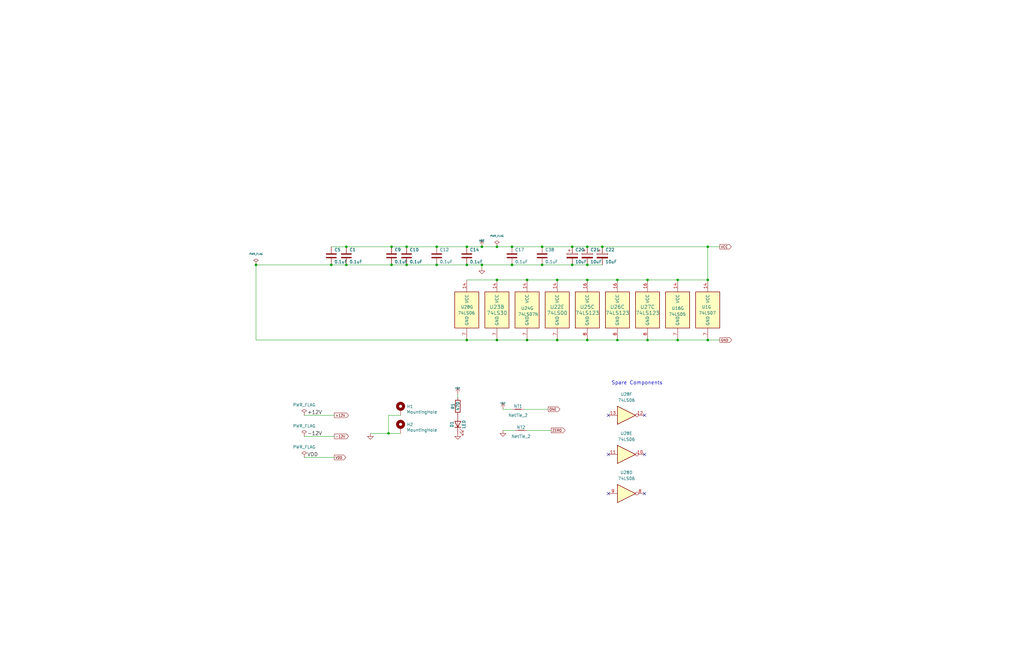
<source format=kicad_sch>
(kicad_sch (version 20211123) (generator eeschema)
  (paper "B")
  (lib_symbols
    (symbol "74xx:74LS00" (pin_names (offset 1.016))
      (property "Reference" "U" (at 0 1.27 0))
      (property "Value" "74LS00" (at 0 -1.27 0))
      (symbol "74LS00_1_1"
        (arc (start 0 -3.81) (mid 3.81 0) (end 0 3.81) (stroke (width 0.254)) (fill (type background)))
        (polyline (pts (xy 0 3.81) (xy -3.81 3.81) (xy -3.81 -3.81) (xy 0 -3.81)) (stroke (width 0.254)) (fill (type background)))
        (pin input line (at -7.62 2.54 0) (length 3.81) (name "~") (number "1"))
        (pin input line (at -7.62 -2.54 0) (length 3.81) (name "~") (number "2"))
        (pin output inverted (at 7.62 0 180) (length 3.81) (name "~") (number "3"))
      )
      (symbol "74LS00_1_2"
        (arc (start -3.81 -3.81) (mid -2.589 0) (end -3.81 3.81) (stroke (width 0.254)))
        (arc (start -0.6096 -3.81) (mid 2.1842 -2.5851) (end 3.81 0) (stroke (width 0.254)) (fill (type background)))
        (polyline (pts (xy -3.81 -3.81) (xy -0.635 -3.81)) (stroke (width 0.254)) (fill (type background)))
        (polyline (pts (xy -3.81 3.81) (xy -0.635 3.81)) (stroke (width 0.254)) (fill (type background)))
        (polyline (pts (xy -0.635 3.81) (xy -3.81 3.81) (xy -3.81 3.81) (xy -3.556 3.4036) (xy -3.0226 2.2606) (xy -2.6924 1.0414) (xy -2.6162 -0.254) (xy -2.7686 -1.4986) (xy -3.175 -2.7178) (xy -3.81 -3.81) (xy -3.81 -3.81) (xy -0.635 -3.81)) (stroke (width -25.4)) (fill (type background)))
        (arc (start 3.81 0) (mid 2.1915 2.5936) (end -0.6096 3.81) (stroke (width 0.254)) (fill (type background)))
        (pin input inverted (at -7.62 2.54 0) (length 4.318) (name "~") (number "1"))
        (pin input inverted (at -7.62 -2.54 0) (length 4.318) (name "~") (number "2"))
        (pin output line (at 7.62 0 180) (length 3.81) (name "~") (number "3"))
      )
      (symbol "74LS00_2_1"
        (arc (start 0 -3.81) (mid 3.81 0) (end 0 3.81) (stroke (width 0.254)) (fill (type background)))
        (polyline (pts (xy 0 3.81) (xy -3.81 3.81) (xy -3.81 -3.81) (xy 0 -3.81)) (stroke (width 0.254)) (fill (type background)))
        (pin input line (at -7.62 2.54 0) (length 3.81) (name "~") (number "4"))
        (pin input line (at -7.62 -2.54 0) (length 3.81) (name "~") (number "5"))
        (pin output inverted (at 7.62 0 180) (length 3.81) (name "~") (number "6"))
      )
      (symbol "74LS00_2_2"
        (arc (start -3.81 -3.81) (mid -2.589 0) (end -3.81 3.81) (stroke (width 0.254)))
        (arc (start -0.6096 -3.81) (mid 2.1842 -2.5851) (end 3.81 0) (stroke (width 0.254)) (fill (type background)))
        (polyline (pts (xy -3.81 -3.81) (xy -0.635 -3.81)) (stroke (width 0.254)) (fill (type background)))
        (polyline (pts (xy -3.81 3.81) (xy -0.635 3.81)) (stroke (width 0.254)) (fill (type background)))
        (polyline (pts (xy -0.635 3.81) (xy -3.81 3.81) (xy -3.81 3.81) (xy -3.556 3.4036) (xy -3.0226 2.2606) (xy -2.6924 1.0414) (xy -2.6162 -0.254) (xy -2.7686 -1.4986) (xy -3.175 -2.7178) (xy -3.81 -3.81) (xy -3.81 -3.81) (xy -0.635 -3.81)) (stroke (width -25.4)) (fill (type background)))
        (arc (start 3.81 0) (mid 2.1915 2.5936) (end -0.6096 3.81) (stroke (width 0.254)) (fill (type background)))
        (pin input inverted (at -7.62 2.54 0) (length 4.318) (name "~") (number "4"))
        (pin input inverted (at -7.62 -2.54 0) (length 4.318) (name "~") (number "5"))
        (pin output line (at 7.62 0 180) (length 3.81) (name "~") (number "6"))
      )
      (symbol "74LS00_3_1"
        (arc (start 0 -3.81) (mid 3.81 0) (end 0 3.81) (stroke (width 0.254)) (fill (type background)))
        (polyline (pts (xy 0 3.81) (xy -3.81 3.81) (xy -3.81 -3.81) (xy 0 -3.81)) (stroke (width 0.254)) (fill (type background)))
        (pin input line (at -7.62 -2.54 0) (length 3.81) (name "~") (number "10"))
        (pin output inverted (at 7.62 0 180) (length 3.81) (name "~") (number "8"))
        (pin input line (at -7.62 2.54 0) (length 3.81) (name "~") (number "9"))
      )
      (symbol "74LS00_3_2"
        (arc (start -3.81 -3.81) (mid -2.589 0) (end -3.81 3.81) (stroke (width 0.254)))
        (arc (start -0.6096 -3.81) (mid 2.1842 -2.5851) (end 3.81 0) (stroke (width 0.254)) (fill (type background)))
        (polyline (pts (xy -3.81 -3.81) (xy -0.635 -3.81)) (stroke (width 0.254)) (fill (type background)))
        (polyline (pts (xy -3.81 3.81) (xy -0.635 3.81)) (stroke (width 0.254)) (fill (type background)))
        (polyline (pts (xy -0.635 3.81) (xy -3.81 3.81) (xy -3.81 3.81) (xy -3.556 3.4036) (xy -3.0226 2.2606) (xy -2.6924 1.0414) (xy -2.6162 -0.254) (xy -2.7686 -1.4986) (xy -3.175 -2.7178) (xy -3.81 -3.81) (xy -3.81 -3.81) (xy -0.635 -3.81)) (stroke (width -25.4)) (fill (type background)))
        (arc (start 3.81 0) (mid 2.1915 2.5936) (end -0.6096 3.81) (stroke (width 0.254)) (fill (type background)))
        (pin input inverted (at -7.62 -2.54 0) (length 4.318) (name "~") (number "10"))
        (pin output line (at 7.62 0 180) (length 3.81) (name "~") (number "8"))
        (pin input inverted (at -7.62 2.54 0) (length 4.318) (name "~") (number "9"))
      )
      (symbol "74LS00_4_1"
        (arc (start 0 -3.81) (mid 3.81 0) (end 0 3.81) (stroke (width 0.254)) (fill (type background)))
        (polyline (pts (xy 0 3.81) (xy -3.81 3.81) (xy -3.81 -3.81) (xy 0 -3.81)) (stroke (width 0.254)) (fill (type background)))
        (pin output inverted (at 7.62 0 180) (length 3.81) (name "~") (number "11"))
        (pin input line (at -7.62 2.54 0) (length 3.81) (name "~") (number "12"))
        (pin input line (at -7.62 -2.54 0) (length 3.81) (name "~") (number "13"))
      )
      (symbol "74LS00_4_2"
        (arc (start -3.81 -3.81) (mid -2.589 0) (end -3.81 3.81) (stroke (width 0.254)))
        (arc (start -0.6096 -3.81) (mid 2.1842 -2.5851) (end 3.81 0) (stroke (width 0.254)) (fill (type background)))
        (polyline (pts (xy -3.81 -3.81) (xy -0.635 -3.81)) (stroke (width 0.254)) (fill (type background)))
        (polyline (pts (xy -3.81 3.81) (xy -0.635 3.81)) (stroke (width 0.254)) (fill (type background)))
        (polyline (pts (xy -0.635 3.81) (xy -3.81 3.81) (xy -3.81 3.81) (xy -3.556 3.4036) (xy -3.0226 2.2606) (xy -2.6924 1.0414) (xy -2.6162 -0.254) (xy -2.7686 -1.4986) (xy -3.175 -2.7178) (xy -3.81 -3.81) (xy -3.81 -3.81) (xy -0.635 -3.81)) (stroke (width -25.4)) (fill (type background)))
        (arc (start 3.81 0) (mid 2.1915 2.5936) (end -0.6096 3.81) (stroke (width 0.254)) (fill (type background)))
        (pin output line (at 7.62 0 180) (length 3.81) (name "~") (number "11"))
        (pin input inverted (at -7.62 2.54 0) (length 4.318) (name "~") (number "12"))
        (pin input inverted (at -7.62 -2.54 0) (length 4.318) (name "~") (number "13"))
      )
      (symbol "74LS00_5_0"
        (pin power_in line (at 0 12.7 270) (length 5.08) (name "VCC") (number "14"))
        (pin power_in line (at 0 -12.7 90) (length 5.08) (name "GND") (number "7"))
      )
      (symbol "74LS00_5_1"
        (rectangle (start -5.08 7.62) (end 5.08 -7.62) (stroke (width 0.254)) (fill (type background)))
      )
    )
    (symbol "74xx:74LS05" (pin_names (offset 1.016))
      (property "Reference" "U" (at 0 1.27 0))
      (property "Value" "74LS05" (at 0 -1.27 0))
      (symbol "74LS05_1_0"
        (polyline (pts (xy -3.81 3.81) (xy -3.81 -3.81) (xy 3.81 0) (xy -3.81 3.81)) (stroke (width 0.254)) (fill (type background)))
        (pin input line (at -7.62 0 0) (length 3.81) (name "~") (number "1"))
        (pin open_collector inverted (at 7.62 0 180) (length 3.81) (name "~") (number "2"))
      )
      (symbol "74LS05_2_0"
        (polyline (pts (xy -3.81 3.81) (xy -3.81 -3.81) (xy 3.81 0) (xy -3.81 3.81)) (stroke (width 0.254)) (fill (type background)))
        (pin input line (at -7.62 0 0) (length 3.81) (name "~") (number "3"))
        (pin open_collector inverted (at 7.62 0 180) (length 3.81) (name "~") (number "4"))
      )
      (symbol "74LS05_3_0"
        (polyline (pts (xy -3.81 3.81) (xy -3.81 -3.81) (xy 3.81 0) (xy -3.81 3.81)) (stroke (width 0.254)) (fill (type background)))
        (pin input line (at -7.62 0 0) (length 3.81) (name "~") (number "5"))
        (pin open_collector inverted (at 7.62 0 180) (length 3.81) (name "~") (number "6"))
      )
      (symbol "74LS05_4_0"
        (polyline (pts (xy -3.81 3.81) (xy -3.81 -3.81) (xy 3.81 0) (xy -3.81 3.81)) (stroke (width 0.254)) (fill (type background)))
        (pin open_collector inverted (at 7.62 0 180) (length 3.81) (name "~") (number "8"))
        (pin input line (at -7.62 0 0) (length 3.81) (name "~") (number "9"))
      )
      (symbol "74LS05_5_0"
        (polyline (pts (xy -3.81 3.81) (xy -3.81 -3.81) (xy 3.81 0) (xy -3.81 3.81)) (stroke (width 0.254)) (fill (type background)))
        (pin open_collector inverted (at 7.62 0 180) (length 3.81) (name "~") (number "10"))
        (pin input line (at -7.62 0 0) (length 3.81) (name "~") (number "11"))
      )
      (symbol "74LS05_6_0"
        (polyline (pts (xy -3.81 3.81) (xy -3.81 -3.81) (xy 3.81 0) (xy -3.81 3.81)) (stroke (width 0.254)) (fill (type background)))
        (pin open_collector inverted (at 7.62 0 180) (length 3.81) (name "~") (number "12"))
        (pin input line (at -7.62 0 0) (length 3.81) (name "~") (number "13"))
      )
      (symbol "74LS05_7_0"
        (pin power_in line (at 0 12.7 270) (length 5.08) (name "VCC") (number "14"))
        (pin power_in line (at 0 -12.7 90) (length 5.08) (name "GND") (number "7"))
      )
      (symbol "74LS05_7_1"
        (rectangle (start -5.08 7.62) (end 5.08 -7.62) (stroke (width 0.254)) (fill (type background)))
      )
    )
    (symbol "74xx:74LS06" (pin_names (offset 1.016))
      (property "Reference" "U" (at 0 1.27 0))
      (property "Value" "74LS06" (at 0 -1.27 0))
      (symbol "74LS06_1_0"
        (polyline (pts (xy -3.81 3.81) (xy -3.81 -3.81) (xy 3.81 0) (xy -3.81 3.81)) (stroke (width 0.254)) (fill (type background)))
        (pin input line (at -7.62 0 0) (length 3.81) (name "~") (number "1"))
        (pin open_collector inverted (at 7.62 0 180) (length 3.81) (name "~") (number "2"))
      )
      (symbol "74LS06_2_0"
        (polyline (pts (xy -3.81 3.81) (xy -3.81 -3.81) (xy 3.81 0) (xy -3.81 3.81)) (stroke (width 0.254)) (fill (type background)))
        (pin input line (at -7.62 0 0) (length 3.81) (name "~") (number "3"))
        (pin open_collector inverted (at 7.62 0 180) (length 3.81) (name "~") (number "4"))
      )
      (symbol "74LS06_3_0"
        (polyline (pts (xy -3.81 3.81) (xy -3.81 -3.81) (xy 3.81 0) (xy -3.81 3.81)) (stroke (width 0.254)) (fill (type background)))
        (pin input line (at -7.62 0 0) (length 3.81) (name "~") (number "5"))
        (pin open_collector inverted (at 7.62 0 180) (length 3.81) (name "~") (number "6"))
      )
      (symbol "74LS06_4_0"
        (polyline (pts (xy -3.81 3.81) (xy -3.81 -3.81) (xy 3.81 0) (xy -3.81 3.81)) (stroke (width 0.254)) (fill (type background)))
        (pin open_collector inverted (at 7.62 0 180) (length 3.81) (name "~") (number "8"))
        (pin input line (at -7.62 0 0) (length 3.81) (name "~") (number "9"))
      )
      (symbol "74LS06_5_0"
        (polyline (pts (xy -3.81 3.81) (xy -3.81 -3.81) (xy 3.81 0) (xy -3.81 3.81)) (stroke (width 0.254)) (fill (type background)))
        (pin open_collector inverted (at 7.62 0 180) (length 3.81) (name "~") (number "10"))
        (pin input line (at -7.62 0 0) (length 3.81) (name "~") (number "11"))
      )
      (symbol "74LS06_6_0"
        (polyline (pts (xy -3.81 3.81) (xy -3.81 -3.81) (xy 3.81 0) (xy -3.81 3.81)) (stroke (width 0.254)) (fill (type background)))
        (pin open_collector inverted (at 7.62 0 180) (length 3.81) (name "~") (number "12"))
        (pin input line (at -7.62 0 0) (length 3.81) (name "~") (number "13"))
      )
      (symbol "74LS06_7_0"
        (pin power_in line (at 0 12.7 270) (length 5.08) (name "VCC") (number "14"))
        (pin power_in line (at 0 -12.7 90) (length 5.08) (name "GND") (number "7"))
      )
      (symbol "74LS06_7_1"
        (rectangle (start -5.08 7.62) (end 5.08 -7.62) (stroke (width 0.254)) (fill (type background)))
      )
    )
    (symbol "74xx:74LS07" (pin_names (offset 1.016))
      (property "Reference" "U" (at 0 1.27 0))
      (property "Value" "74LS07" (at 0 -1.27 0))
      (symbol "74LS07_1_0"
        (polyline (pts (xy -3.81 3.81) (xy -3.81 -3.81) (xy 3.81 0) (xy -3.81 3.81)) (stroke (width 0.254)) (fill (type background)))
        (pin input line (at -7.62 0 0) (length 3.81) (name "~") (number "1"))
        (pin open_collector line (at 7.62 0 180) (length 3.81) (name "~") (number "2"))
      )
      (symbol "74LS07_2_0"
        (polyline (pts (xy -3.81 3.81) (xy -3.81 -3.81) (xy 3.81 0) (xy -3.81 3.81)) (stroke (width 0.254)) (fill (type background)))
        (pin input line (at -7.62 0 0) (length 3.81) (name "~") (number "3"))
        (pin open_collector line (at 7.62 0 180) (length 3.81) (name "~") (number "4"))
      )
      (symbol "74LS07_3_0"
        (polyline (pts (xy -3.81 3.81) (xy -3.81 -3.81) (xy 3.81 0) (xy -3.81 3.81)) (stroke (width 0.254)) (fill (type background)))
        (pin input line (at -7.62 0 0) (length 3.81) (name "~") (number "5"))
        (pin open_collector line (at 7.62 0 180) (length 3.81) (name "~") (number "6"))
      )
      (symbol "74LS07_4_0"
        (polyline (pts (xy -3.81 3.81) (xy -3.81 -3.81) (xy 3.81 0) (xy -3.81 3.81)) (stroke (width 0.254)) (fill (type background)))
        (pin open_collector line (at 7.62 0 180) (length 3.81) (name "~") (number "8"))
        (pin input line (at -7.62 0 0) (length 3.81) (name "~") (number "9"))
      )
      (symbol "74LS07_5_0"
        (polyline (pts (xy -3.81 3.81) (xy -3.81 -3.81) (xy 3.81 0) (xy -3.81 3.81)) (stroke (width 0.254)) (fill (type background)))
        (pin open_collector line (at 7.62 0 180) (length 3.81) (name "~") (number "10"))
        (pin input line (at -7.62 0 0) (length 3.81) (name "~") (number "11"))
      )
      (symbol "74LS07_6_0"
        (polyline (pts (xy -3.81 3.81) (xy -3.81 -3.81) (xy 3.81 0) (xy -3.81 3.81)) (stroke (width 0.254)) (fill (type background)))
        (pin open_collector line (at 7.62 0 180) (length 3.81) (name "~") (number "12"))
        (pin input line (at -7.62 0 0) (length 3.81) (name "~") (number "13"))
      )
      (symbol "74LS07_7_0"
        (pin power_in line (at 0 12.7 270) (length 5.08) (name "VCC") (number "14"))
        (pin power_in line (at 0 -12.7 90) (length 5.08) (name "GND") (number "7"))
      )
      (symbol "74LS07_7_1"
        (rectangle (start -5.08 7.62) (end 5.08 -7.62) (stroke (width 0.254)) (fill (type background)))
      )
    )
    (symbol "74xx:74LS123" (pin_names (offset 1.016))
      (property "Reference" "U" (at -7.62 8.89 0))
      (property "Value" "74LS123" (at -7.62 -8.89 0))
      (symbol "74LS123_1_0"
        (pin input inverted (at -12.7 -2.54 0) (length 5.08) (name "A") (number "1"))
        (pin output line (at 12.7 5.08 180) (length 5.08) (name "Q") (number "13"))
        (pin input line (at -12.7 2.54 0) (length 5.08) (name "Cext") (number "14"))
        (pin input line (at -12.7 5.08 0) (length 5.08) (name "RCext") (number "15"))
        (pin input line (at -12.7 -5.08 0) (length 5.08) (name "B") (number "2"))
        (pin input inverted (at 0 -12.7 90) (length 5.08) (name "Clr") (number "3"))
        (pin output line (at 12.7 -5.08 180) (length 5.08) (name "~{Q}") (number "4"))
      )
      (symbol "74LS123_1_1"
        (rectangle (start -7.62 7.62) (end 7.62 -7.62) (stroke (width 0.254)) (fill (type background)))
      )
      (symbol "74LS123_2_0"
        (pin input line (at -12.7 -5.08 0) (length 5.08) (name "B") (number "10"))
        (pin input inverted (at 0 -12.7 90) (length 5.08) (name "Clr") (number "11"))
        (pin output line (at 12.7 -5.08 180) (length 5.08) (name "~{Q}") (number "12"))
        (pin output line (at 12.7 5.08 180) (length 5.08) (name "Q") (number "5"))
        (pin input line (at -12.7 2.54 0) (length 5.08) (name "Cext") (number "6"))
        (pin input line (at -12.7 5.08 0) (length 5.08) (name "RCext") (number "7"))
        (pin input inverted (at -12.7 -2.54 0) (length 5.08) (name "A") (number "9"))
      )
      (symbol "74LS123_2_1"
        (rectangle (start -7.62 7.62) (end 7.62 -7.62) (stroke (width 0.254)) (fill (type background)))
      )
      (symbol "74LS123_3_0"
        (pin power_in line (at 0 12.7 270) (length 5.08) (name "VCC") (number "16"))
        (pin power_in line (at 0 -12.7 90) (length 5.08) (name "GND") (number "8"))
      )
      (symbol "74LS123_3_1"
        (rectangle (start -5.08 7.62) (end 5.08 -7.62) (stroke (width 0.254)) (fill (type background)))
      )
    )
    (symbol "74xx:74LS30" (pin_names (offset 1.016))
      (property "Reference" "U" (at 0 1.27 0))
      (property "Value" "74LS30" (at 0 -1.27 0))
      (symbol "74LS30_1_1"
        (arc (start 0 -3.81) (mid 3.81 0) (end 0 3.81) (stroke (width 0.254)) (fill (type background)))
        (polyline (pts (xy -3.81 7.62) (xy -3.81 -10.16)) (stroke (width 0.254)))
        (polyline (pts (xy 0 3.81) (xy -3.81 3.81) (xy -3.81 -3.81) (xy 0 -3.81)) (stroke (width 0.254)) (fill (type background)))
        (pin input line (at -7.62 7.62 0) (length 3.81) (name "~") (number "1"))
        (pin input line (at -7.62 -7.62 0) (length 3.81) (name "~") (number "11"))
        (pin input line (at -7.62 -10.16 0) (length 3.81) (name "~") (number "12"))
        (pin input line (at -7.62 5.08 0) (length 3.81) (name "~") (number "2"))
        (pin input line (at -7.62 2.54 0) (length 3.81) (name "~") (number "3"))
        (pin input line (at -7.62 0 0) (length 3.81) (name "~") (number "4"))
        (pin input line (at -7.62 -2.54 0) (length 3.81) (name "~") (number "5"))
        (pin input line (at -7.62 -5.08 0) (length 3.81) (name "~") (number "6"))
        (pin output inverted (at 7.62 0 180) (length 3.81) (name "~") (number "8"))
      )
      (symbol "74LS30_1_2"
        (arc (start -3.81 -3.81) (mid -2.589 0) (end -3.81 3.81) (stroke (width 0.254)))
        (arc (start -0.6096 -3.81) (mid 2.1842 -2.5851) (end 3.81 0) (stroke (width 0.254)) (fill (type background)))
        (polyline (pts (xy -3.81 -3.81) (xy -3.81 -10.16)) (stroke (width 0.254)))
        (polyline (pts (xy -3.81 -3.81) (xy -0.635 -3.81)) (stroke (width 0.254)) (fill (type background)))
        (polyline (pts (xy -3.81 3.81) (xy -0.635 3.81)) (stroke (width 0.254)) (fill (type background)))
        (polyline (pts (xy -3.81 7.62) (xy -3.81 3.81)) (stroke (width 0.254)))
        (polyline (pts (xy -0.635 3.81) (xy -3.81 3.81) (xy -3.81 3.81) (xy -3.556 3.4036) (xy -3.0226 2.2606) (xy -2.6924 1.0414) (xy -2.6162 -0.254) (xy -2.7686 -1.4986) (xy -3.175 -2.7178) (xy -3.81 -3.81) (xy -3.81 -3.81) (xy -0.635 -3.81)) (stroke (width -25.4)) (fill (type background)))
        (arc (start 3.81 0) (mid 2.1915 2.5936) (end -0.6096 3.81) (stroke (width 0.254)) (fill (type background)))
        (pin input inverted (at -7.62 7.62 0) (length 3.81) (name "~") (number "1"))
        (pin input inverted (at -7.62 -7.62 0) (length 3.81) (name "~") (number "11"))
        (pin input inverted (at -7.62 -10.16 0) (length 3.81) (name "~") (number "12"))
        (pin input inverted (at -7.62 5.08 0) (length 3.81) (name "~") (number "2"))
        (pin input inverted (at -7.62 2.54 0) (length 4.5466) (name "~") (number "3"))
        (pin input inverted (at -7.62 0 0) (length 5.08) (name "~") (number "4"))
        (pin input inverted (at -7.62 -2.54 0) (length 4.5466) (name "~") (number "5"))
        (pin input inverted (at -7.62 -5.08 0) (length 3.81) (name "~") (number "6"))
        (pin output line (at 7.62 0 180) (length 3.81) (name "~") (number "8"))
      )
      (symbol "74LS30_2_0"
        (pin power_in line (at 0 12.7 270) (length 5.08) (name "VCC") (number "14"))
        (pin power_in line (at 0 -12.7 90) (length 5.08) (name "GND") (number "7"))
      )
      (symbol "74LS30_2_1"
        (rectangle (start -5.08 7.62) (end 5.08 -7.62) (stroke (width 0.254)) (fill (type background)))
      )
    )
    (symbol "Device:C" (pin_numbers hide) (pin_names (offset 0.254))
      (property "Reference" "C" (at 0.635 2.54 0))
      (property "Value" "C" (at 0.635 -2.54 0))
      (symbol "C_0_1"
        (polyline (pts (xy -2.032 -0.762) (xy 2.032 -0.762)) (stroke (width 0.508)))
        (polyline (pts (xy -2.032 0.762) (xy 2.032 0.762)) (stroke (width 0.508)))
      )
      (symbol "C_1_1"
        (pin passive line (at 0 3.81 270) (length 2.794) (name "~") (number "1"))
        (pin passive line (at 0 -3.81 90) (length 2.794) (name "~") (number "2"))
      )
    )
    (symbol "Device:C_Polarized" (pin_numbers hide) (pin_names (offset 0.254))
      (property "Reference" "C" (at 0.635 2.54 0))
      (property "Value" "C_Polarized" (at 0.635 -2.54 0))
      (symbol "C_Polarized_0_1"
        (rectangle (start -2.286 0.508) (end 2.286 1.016))
        (polyline (pts (xy -1.778 2.286) (xy -0.762 2.286)))
        (polyline (pts (xy -1.27 2.794) (xy -1.27 1.778)))
        (rectangle (start 2.286 -0.508) (end -2.286 -1.016) (fill (type outline)))
      )
      (symbol "C_Polarized_1_1"
        (pin passive line (at 0 3.81 270) (length 2.794) (name "~") (number "1"))
        (pin passive line (at 0 -3.81 90) (length 2.794) (name "~") (number "2"))
      )
    )
    (symbol "Device:LED" (pin_numbers hide) (pin_names (offset 1.016) hide)
      (property "Reference" "D" (at 0 2.54 0))
      (property "Value" "LED" (at 0 -2.54 0))
      (symbol "LED_0_1"
        (polyline (pts (xy -1.27 -1.27) (xy -1.27 1.27)) (stroke (width 0.254)))
        (polyline (pts (xy -1.27 0) (xy 1.27 0)))
        (polyline (pts (xy 1.27 -1.27) (xy 1.27 1.27) (xy -1.27 0) (xy 1.27 -1.27)) (stroke (width 0.254)))
        (polyline (pts (xy -3.048 -0.762) (xy -4.572 -2.286) (xy -3.81 -2.286) (xy -4.572 -2.286) (xy -4.572 -1.524)))
        (polyline (pts (xy -1.778 -0.762) (xy -3.302 -2.286) (xy -2.54 -2.286) (xy -3.302 -2.286) (xy -3.302 -1.524)))
      )
      (symbol "LED_1_1"
        (pin passive line (at -3.81 0 0) (length 2.54) (name "K") (number "1"))
        (pin passive line (at 3.81 0 180) (length 2.54) (name "A") (number "2"))
      )
    )
    (symbol "Device:NetTie_2" (pin_numbers hide) (pin_names (offset 0) hide) (in_bom no)
      (property "Reference" "NT" (at 0 1.27 0))
      (property "Value" "NetTie_2" (at 0 -1.27 0))
      (symbol "NetTie_2_0_1"
        (polyline (pts (xy -1.27 0) (xy 1.27 0)) (stroke (width 0.254)))
      )
      (symbol "NetTie_2_1_1"
        (pin passive line (at -2.54 0 0) (length 2.54) (name "1") (number "1"))
        (pin passive line (at 2.54 0 180) (length 2.54) (name "2") (number "2"))
      )
    )
    (symbol "Device:R" (pin_numbers hide) (pin_names (offset 0))
      (property "Reference" "R" (at 2.032 0 90))
      (property "Value" "R" (at 0 0 90))
      (symbol "R_0_1"
        (rectangle (start -1.016 -2.54) (end 1.016 2.54) (stroke (width 0.254)))
      )
      (symbol "R_1_1"
        (pin passive line (at 0 3.81 270) (length 1.27) (name "~") (number "1"))
        (pin passive line (at 0 -3.81 90) (length 1.27) (name "~") (number "2"))
      )
    )
    (symbol "Mechanical:MountingHole_Pad" (pin_numbers hide) (pin_names (offset 1.016) hide)
      (property "Reference" "H" (at 0 6.35 0))
      (property "Value" "MountingHole_Pad" (at 0 4.445 0))
      (symbol "MountingHole_Pad_0_1"
        (circle (center 0 1.27) (radius 1.27) (stroke (width 1.27)))
      )
      (symbol "MountingHole_Pad_1_1"
        (pin input line (at 0 -2.54 90) (length 2.54) (name "1") (number "1"))
      )
    )
    (symbol "power:GND" (power) (pin_names (offset 0))
      (property "Value" "GND" (at 0 -3.81 0))
      (symbol "GND_0_1"
        (polyline (pts (xy 0 0) (xy 0 -1.27) (xy 1.27 -1.27) (xy 0 -2.54) (xy -1.27 -1.27) (xy 0 -1.27)))
      )
      (symbol "GND_1_1"
        (pin power_in line (at 0 0 270) (length 0) hide (name "GND") (number "1"))
      )
    )
    (symbol "power:PWR_FLAG" (power) (pin_numbers hide) (pin_names (offset 0) hide)
      (property "Value" "PWR_FLAG" (at 0 3.81 0))
      (symbol "PWR_FLAG_0_0"
        (pin power_out line (at 0 0 90) (length 0) (name "pwr") (number "1"))
      )
      (symbol "PWR_FLAG_0_1"
        (polyline (pts (xy 0 0) (xy 0 1.27) (xy -1.016 1.905) (xy 0 2.54) (xy 1.016 1.905) (xy 0 1.27)))
      )
    )
    (symbol "power:VCC" (power) (pin_names (offset 0))
      (property "Value" "VCC" (at 0 3.81 0))
      (symbol "VCC_0_1"
        (polyline (pts (xy -0.762 1.27) (xy 0 2.54)))
        (polyline (pts (xy 0 0) (xy 0 2.54)))
        (polyline (pts (xy 0 2.54) (xy 0.762 1.27)))
      )
      (symbol "VCC_1_1"
        (pin power_in line (at 0 0 90) (length 0) hide (name "VCC") (number "1"))
      )
    )
  )
  (junction (at 196.85 143.51))
  (junction (at 241.3 111.76))
  (junction (at 298.45 118.11))
  (junction (at 203.2 104.14))
  (junction (at 203.2 111.76))
  (junction (at 247.65 104.14))
  (junction (at 260.35 118.11))
  (junction (at 196.85 104.14))
  (junction (at 215.9 111.76))
  (junction (at 285.75 118.11))
  (junction (at 209.55 104.14))
  (junction (at 298.45 143.51))
  (junction (at 247.65 118.11))
  (junction (at 196.85 111.76))
  (junction (at 228.6 111.76))
  (junction (at 234.95 143.51))
  (junction (at 241.3 104.14))
  (junction (at 222.25 143.51))
  (junction (at 165.1 104.14))
  (junction (at 209.55 143.51))
  (junction (at 163.83 182.88))
  (junction (at 209.55 118.11))
  (junction (at 247.65 143.51))
  (junction (at 234.95 118.11))
  (junction (at 107.95 111.76))
  (junction (at 171.45 104.14))
  (junction (at 273.05 143.51))
  (junction (at 184.15 104.14))
  (junction (at 171.45 111.76))
  (junction (at 165.1 111.76))
  (junction (at 298.45 104.14))
  (junction (at 146.05 111.76))
  (junction (at 247.65 111.76))
  (junction (at 228.6 104.14))
  (junction (at 184.15 111.76))
  (junction (at 215.9 104.14))
  (junction (at 254 104.14))
  (junction (at 222.25 118.11))
  (junction (at 273.05 118.11))
  (junction (at 285.75 143.51))
  (junction (at 260.35 143.51))
  (junction (at 139.7 111.76))
  (junction (at 146.05 104.14))
  (no_connect (at 271.78 175.26))
  (no_connect (at 256.54 191.77))
  (no_connect (at 256.54 208.28))
  (no_connect (at 256.54 175.26))
  (no_connect (at 271.78 208.28))
  (no_connect (at 271.78 191.77))
  (wire (pts (xy 139.7 111.76) (xy 146.05 111.76)))
  (wire (pts (xy 128.27 193.04) (xy 140.97 193.04)))
  (wire (pts (xy 139.7 104.14) (xy 146.05 104.14)))
  (wire (pts (xy 228.6 111.76) (xy 241.3 111.76)))
  (wire (pts (xy 222.25 118.11) (xy 234.95 118.11)))
  (wire (pts (xy 212.09 181.61) (xy 217.17 181.61)))
  (wire (pts (xy 168.91 182.88) (xy 163.83 182.88)))
  (wire (pts (xy 285.75 143.51) (xy 298.45 143.51)))
  (wire (pts (xy 128.27 175.26) (xy 140.97 175.26)))
  (wire (pts (xy 212.09 172.72) (xy 215.9 172.72)))
  (wire (pts (xy 241.3 104.14) (xy 247.65 104.14)))
  (wire (pts (xy 247.65 111.76) (xy 254 111.76)))
  (wire (pts (xy 228.6 104.14) (xy 241.3 104.14)))
  (wire (pts (xy 196.85 111.76) (xy 203.2 111.76)))
  (wire (pts (xy 209.55 104.14) (xy 215.9 104.14)))
  (wire (pts (xy 146.05 111.76) (xy 165.1 111.76)))
  (wire (pts (xy 215.9 104.14) (xy 228.6 104.14)))
  (wire (pts (xy 203.2 104.14) (xy 209.55 104.14)))
  (wire (pts (xy 196.85 143.51) (xy 209.55 143.51)))
  (wire (pts (xy 184.15 104.14) (xy 196.85 104.14)))
  (wire (pts (xy 273.05 143.51) (xy 285.75 143.51)))
  (wire (pts (xy 128.27 184.15) (xy 140.97 184.15)))
  (wire (pts (xy 273.05 118.11) (xy 285.75 118.11)))
  (wire (pts (xy 298.45 118.11) (xy 298.45 104.14)))
  (wire (pts (xy 247.65 118.11) (xy 260.35 118.11)))
  (wire (pts (xy 285.75 118.11) (xy 298.45 118.11)))
  (wire (pts (xy 215.9 111.76) (xy 228.6 111.76)))
  (wire (pts (xy 254 104.14) (xy 298.45 104.14)))
  (wire (pts (xy 107.95 143.51) (xy 196.85 143.51)))
  (wire (pts (xy 171.45 111.76) (xy 184.15 111.76)))
  (wire (pts (xy 298.45 104.14) (xy 303.53 104.14)))
  (wire (pts (xy 209.55 118.11) (xy 222.25 118.11)))
  (wire (pts (xy 146.05 104.14) (xy 165.1 104.14)))
  (wire (pts (xy 220.98 172.72) (xy 231.14 172.72)))
  (wire (pts (xy 168.91 175.26) (xy 163.83 175.26)))
  (wire (pts (xy 203.2 111.76) (xy 203.2 113.03)))
  (wire (pts (xy 222.25 143.51) (xy 234.95 143.51)))
  (wire (pts (xy 260.35 143.51) (xy 273.05 143.51)))
  (wire (pts (xy 298.45 143.51) (xy 303.53 143.51)))
  (wire (pts (xy 260.35 118.11) (xy 273.05 118.11)))
  (wire (pts (xy 107.95 111.76) (xy 107.95 143.51)))
  (wire (pts (xy 184.15 111.76) (xy 196.85 111.76)))
  (wire (pts (xy 247.65 143.51) (xy 260.35 143.51)))
  (wire (pts (xy 193.04 167.64) (xy 193.04 166.37)))
  (wire (pts (xy 247.65 104.14) (xy 254 104.14)))
  (wire (pts (xy 165.1 111.76) (xy 171.45 111.76)))
  (wire (pts (xy 234.95 143.51) (xy 247.65 143.51)))
  (wire (pts (xy 171.45 104.14) (xy 165.1 104.14)))
  (wire (pts (xy 222.25 181.61) (xy 232.41 181.61)))
  (wire (pts (xy 171.45 104.14) (xy 184.15 104.14)))
  (wire (pts (xy 163.83 175.26) (xy 163.83 182.88)))
  (wire (pts (xy 241.3 111.76) (xy 247.65 111.76)))
  (wire (pts (xy 196.85 104.14) (xy 203.2 104.14)))
  (wire (pts (xy 209.55 143.51) (xy 222.25 143.51)))
  (wire (pts (xy 107.95 111.76) (xy 139.7 111.76)))
  (wire (pts (xy 196.85 118.11) (xy 209.55 118.11)))
  (wire (pts (xy 234.95 118.11) (xy 247.65 118.11)))
  (wire (pts (xy 203.2 111.76) (xy 215.9 111.76)))
  (wire (pts (xy 163.83 182.88) (xy 156.21 182.88)))
  (text "Spare Components" (at 257.81 162.56 0) (effects (font (size 1.524 1.524)) (justify left bottom)))
  (label "-12V" (at 129.54 184.15 0) (effects (font (size 1.524 1.524))))
  (label "VDD" (at 129.54 193.04 0) (effects (font (size 1.524 1.524))))
  (label "+12V" (at 129.54 175.26 0) (effects (font (size 1.524 1.524))))
  (global_label "VDD" (shape output) (at 140.97 193.04 0) (effects (font (size 1.016 1.016))) (property "Intersheet References" "${INTERSHEET_REFS}" (effects hide)))
  (global_label "ZERO" (shape output) (at 232.41 181.61 0) (effects (font (size 1.016 1.016))) (property "Intersheet References" "${INTERSHEET_REFS}" (effects hide)))
  (global_label "VCC" (shape output) (at 303.53 104.14 0) (effects (font (size 1.016 1.016))) (property "Intersheet References" "${INTERSHEET_REFS}" (effects hide)))
  (global_label "+12V" (shape output) (at 140.97 175.26 0) (effects (font (size 1.016 1.016))) (property "Intersheet References" "${INTERSHEET_REFS}" (effects hide)))
  (global_label "GND" (shape output) (at 303.53 143.51 0) (effects (font (size 1.016 1.016))) (property "Intersheet References" "${INTERSHEET_REFS}" (effects hide)))
  (global_label "-12V" (shape output) (at 140.97 184.15 0) (effects (font (size 1.016 1.016))) (property "Intersheet References" "${INTERSHEET_REFS}" (effects hide)))
  (global_label "ONE" (shape output) (at 231.14 172.72 0) (effects (font (size 1.016 1.016))) (property "Intersheet References" "${INTERSHEET_REFS}" (effects hide)))
  (symbol (lib_id "power:GND") (at 203.2 113.03 0) (unit 1)
    (property "Reference" "#PWR05" (effects hide))
    (property "Value" "GND" (effects hide))
  )
  (symbol (lib_id "power:VCC") (at 203.2 104.14 0) (unit 1)
    (property "Reference" "#PWR04" (effects hide))
    (property "Value" "VCC" (at 203.2 101.6 0) (effects (font (size 0.762 0.762))))
  )
  (symbol (lib_id "Device:C") (at 215.9 107.95 0) (unit 1)
    (property "Reference" "C17" (at 217.17 105.41 0) (effects (justify left)))
    (property "Value" "0.1uF" (at 217.17 110.49 0) (effects (justify left)))
    (property "Footprint" "Capacitor_THT:C_Disc_D5.0mm_W2.5mm_P5.00mm" (effects hide))
  )
  (symbol (lib_id "Device:C") (at 165.1 107.95 0) (unit 1)
    (property "Reference" "C9" (at 166.37 105.41 0) (effects (justify left)))
    (property "Value" "0.1uF" (at 166.37 110.49 0) (effects (justify left)))
    (property "Footprint" "Capacitor_THT:C_Disc_D5.0mm_W2.5mm_P5.00mm" (effects hide))
  )
  (symbol (lib_id "Device:C") (at 171.45 107.95 0) (unit 1)
    (property "Reference" "C10" (at 172.72 105.41 0) (effects (justify left)))
    (property "Value" "0.1uF" (at 172.72 110.49 0) (effects (justify left)))
    (property "Footprint" "Capacitor_THT:C_Disc_D5.0mm_W2.5mm_P5.00mm" (effects hide))
  )
  (symbol (lib_id "Device:C") (at 139.7 107.95 0) (unit 1)
    (property "Reference" "C5" (at 140.97 105.41 0) (effects (justify left)))
    (property "Value" "0.1uF" (at 140.97 110.49 0) (effects (justify left)))
    (property "Footprint" "Capacitor_THT:C_Disc_D5.0mm_W2.5mm_P5.00mm" (effects hide))
  )
  (symbol (lib_id "power:GND") (at 193.04 182.88 0) (unit 1)
    (property "Reference" "#PWR03" (effects hide))
    (property "Value" "GND" (effects hide))
  )
  (symbol (lib_id "Device:C") (at 184.15 107.95 0) (unit 1)
    (property "Reference" "C12" (at 185.42 105.41 0) (effects (justify left)))
    (property "Value" "0.1uF" (at 185.42 110.49 0) (effects (justify left)))
    (property "Footprint" "Capacitor_THT:C_Disc_D5.0mm_W2.5mm_P5.00mm" (effects hide))
  )
  (symbol (lib_id "power:GND") (at 212.09 181.61 0) (unit 1)
    (property "Reference" "#PWR07" (effects hide))
    (property "Value" "GND" (effects hide))
  )
  (symbol (lib_id "power:GND") (at 156.21 182.88 0) (unit 1)
    (property "Reference" "#PWR01" (effects hide))
    (property "Value" "GND" (effects hide))
  )
  (symbol (lib_id "Mechanical:MountingHole_Pad") (at 168.91 180.34 0) (unit 1)
    (property "Reference" "H2" (at 171.45 179.1716 0) (effects (justify left)))
    (property "Value" "MountingHole" (at 171.45 181.483 0) (effects (justify left)))
    (property "Footprint" "MountingHole:MountingHole_3.2mm_M3_Pad" (effects hide))
  )
  (symbol (lib_id "Device:C") (at 196.85 107.95 0) (unit 1)
    (property "Reference" "C14" (at 198.12 105.41 0) (effects (justify left)))
    (property "Value" "0.1uF" (at 198.12 110.49 0) (effects (justify left)))
    (property "Footprint" "Capacitor_THT:C_Disc_D5.0mm_W2.5mm_P5.00mm" (effects hide))
  )
  (symbol (lib_id "Mechanical:MountingHole_Pad") (at 168.91 172.72 0) (unit 1)
    (property "Reference" "H1" (at 171.45 171.5516 0) (effects (justify left)))
    (property "Value" "MountingHole" (at 171.45 173.863 0) (effects (justify left)))
    (property "Footprint" "MountingHole:MountingHole_3.2mm_M3_Pad" (effects hide))
  )
  (symbol (lib_id "power:PWR_FLAG") (at 128.27 175.26 0) (unit 1)
    (property "Reference" "#FLG02" (effects hide))
    (property "Value" "PWR_FLAG" (at 128.27 170.8658 0))
  )
  (symbol (lib_id "power:PWR_FLAG") (at 128.27 184.15 0) (unit 1)
    (property "Reference" "#FLG03" (effects hide))
    (property "Value" "PWR_FLAG" (at 128.27 179.7558 0))
  )
  (symbol (lib_id "power:PWR_FLAG") (at 209.55 104.14 0) (unit 1)
    (property "Reference" "#FLG04" (effects hide))
    (property "Value" "PWR_FLAG" (at 209.55 99.568 0) (effects (font (size 0.762 0.762))))
  )
  (symbol (lib_id "Device:C_Polarized") (at 241.3 107.95 0) (unit 1)
    (property "Reference" "C20" (at 242.57 105.41 0) (effects (justify left)))
    (property "Value" "10uF" (at 242.57 110.49 0) (effects (justify left)))
    (property "Footprint" "Capacitor_THT:CP_Radial_D5.0mm_P2.50mm" (effects hide))
  )
  (symbol (lib_id "Device:C_Polarized") (at 247.65 107.95 0) (unit 1)
    (property "Reference" "C21" (at 248.92 105.41 0) (effects (justify left)))
    (property "Value" "10uF" (at 248.92 110.49 0) (effects (justify left)))
    (property "Footprint" "Capacitor_THT:CP_Radial_D5.0mm_P2.50mm" (effects hide))
  )
  (symbol (lib_id "Device:LED") (at 193.04 179.07 90) (unit 1)
    (property "Reference" "D1" (at 190.5 179.07 0))
    (property "Value" "LED" (at 195.58 179.07 0))
    (property "Footprint" "LED_THT:LED_D3.0mm_Horizontal_O3.81mm_Z2.0mm" (effects hide))
  )
  (symbol (lib_id "Device:R") (at 193.04 171.45 180) (unit 1)
    (property "Reference" "R1" (at 191.008 171.45 90))
    (property "Value" "470" (at 193.04 171.45 90))
    (property "Footprint" "Resistor_THT:R_Axial_DIN0207_L6.3mm_D2.5mm_P7.62mm_Horizontal" (effects hide))
  )
  (symbol (lib_id "power:VCC") (at 193.04 166.37 0) (unit 1)
    (property "Reference" "#PWR02" (effects hide))
    (property "Value" "VCC" (at 193.04 163.83 0) (effects (font (size 0.762 0.762))))
  )
  (symbol (lib_id "power:PWR_FLAG") (at 107.95 111.76 0) (unit 1)
    (property "Reference" "#FLG01" (effects hide))
    (property "Value" "PWR_FLAG" (at 107.95 107.188 0) (effects (font (size 0.762 0.762))))
  )
  (symbol (lib_id "Device:C_Polarized") (at 254 107.95 0) (unit 1)
    (property "Reference" "C22" (at 255.27 105.41 0) (effects (justify left)))
    (property "Value" "10uF" (at 255.27 110.49 0) (effects (justify left)))
    (property "Footprint" "Capacitor_THT:CP_Radial_D5.0mm_P2.50mm" (effects hide))
  )
  (symbol (lib_id "74xx:74LS07") (at 222.25 130.81 0) (unit 7)
    (property "Reference" "U24" (at 219.71 130.81 0) (effects (justify left bottom)))
    (property "Value" "74LS07N" (at 218.44 133.35 0) (effects (justify left bottom)))
    (property "Footprint" "Package_DIP:DIP-14_W7.62mm_Socket" (effects hide))
    (property "Datasheet" "www.ti.com/lit/ds/symlink/sn74ls07.pdf" (effects hide))
  )
  (symbol (lib_id "74xx:74LS06") (at 264.16 175.26 0) (unit 6)
    (property "Reference" "U28" (at 264.16 166.37 0))
    (property "Value" "74LS06" (at 264.16 168.91 0))
    (property "Datasheet" "http://www.ti.com/lit/gpn/sn74LS06" (effects hide))
  )
  (symbol (lib_id "74xx:74LS123") (at 260.35 130.81 0) (unit 3)
    (property "Reference" "U26" (at 260.35 129.54 0) (effects (font (size 1.524 1.524))))
    (property "Value" "74LS123" (at 260.35 132.08 0) (effects (font (size 1.524 1.524))))
    (property "Footprint" "Package_DIP:DIP-16_W7.62mm_Socket" (effects hide))
    (property "Datasheet" "http://www.ti.com/lit/gpn/sn74LS123" (effects hide))
  )
  (symbol (lib_id "74xx:74LS123") (at 273.05 130.81 0) (unit 3)
    (property "Reference" "U27" (at 273.05 129.54 0) (effects (font (size 1.524 1.524))))
    (property "Value" "74LS123" (at 273.05 132.08 0) (effects (font (size 1.524 1.524))))
    (property "Footprint" "Package_DIP:DIP-16_W7.62mm_Socket" (effects hide))
    (property "Datasheet" "http://www.ti.com/lit/gpn/sn74LS123" (effects hide))
  )
  (symbol (lib_id "power:VCC") (at 212.09 172.72 0) (unit 1)
    (property "Reference" "#PWR06" (effects hide))
    (property "Value" "VCC" (at 212.09 170.18 0) (effects (font (size 0.762 0.762))))
  )
  (symbol (lib_id "74xx:74LS00") (at 234.95 130.81 0) (unit 5)
    (property "Reference" "U22" (at 234.95 129.54 0) (effects (font (size 1.524 1.524))))
    (property "Value" "74LS00" (at 234.95 132.08 0) (effects (font (size 1.524 1.524))))
    (property "Footprint" "Package_DIP:DIP-14_W7.62mm_Socket" (effects hide))
    (property "Datasheet" "http://www.ti.com/lit/gpn/sn74ls00" (effects hide))
  )
  (symbol (lib_id "Device:C") (at 228.6 107.95 0) (unit 1)
    (property "Reference" "C38" (at 229.87 105.41 0) (effects (justify left)))
    (property "Value" "0.1uF" (at 229.87 110.49 0) (effects (justify left)))
    (property "Footprint" "Capacitor_THT:C_Disc_D5.0mm_W2.5mm_P5.00mm" (effects hide))
  )
  (symbol (lib_id "74xx:74LS06") (at 196.85 130.81 0) (unit 7)
    (property "Reference" "U28" (at 194.31 129.54 0) (effects (justify left)))
    (property "Value" "74LS06" (at 193.04 132.08 0) (effects (justify left)))
    (property "Footprint" "Package_DIP:DIP-14_W7.62mm_Socket" (effects hide))
    (property "Datasheet" "http://www.ti.com/lit/gpn/sn74LS06" (effects hide))
  )
  (symbol (lib_id "74xx:74LS05") (at 285.75 130.81 0) (unit 7)
    (property "Reference" "U16" (at 283.21 130.81 0) (effects (justify left bottom)))
    (property "Value" "74LS05" (at 281.94 133.35 0) (effects (justify left bottom)))
    (property "Footprint" "Package_DIP:DIP-14_W7.62mm_Socket" (effects hide))
    (property "Datasheet" "http://www.ti.com/lit/gpn/sn74LS05" (effects hide))
  )
  (symbol (lib_id "Device:NetTie_2") (at 218.44 172.72 0) (unit 1) (in_bom no)
    (property "Reference" "NT1" (at 218.44 171.45 0))
    (property "Value" "NetTie_2" (at 218.44 175.26 0))
    (property "Footprint" "NetTie:NetTie-2_THT_Pad0.3mm" (effects hide))
  )
  (symbol (lib_id "74xx:74LS30") (at 209.55 130.81 0) (unit 2)
    (property "Reference" "U23" (at 209.55 129.54 0) (effects (font (size 1.524 1.524))))
    (property "Value" "74LS30" (at 209.55 132.08 0) (effects (font (size 1.524 1.524))))
    (property "Footprint" "Package_DIP:DIP-14_W7.62mm_Socket" (effects hide))
    (property "Datasheet" "http://www.ti.com/lit/gpn/sn74LS30" (effects hide))
  )
  (symbol (lib_id "power:PWR_FLAG") (at 128.27 193.04 0) (unit 1)
    (property "Reference" "#FLG05" (effects hide))
    (property "Value" "PWR_FLAG" (at 128.27 188.6458 0))
  )
  (symbol (lib_id "74xx:74LS06") (at 264.16 191.77 0) (unit 5)
    (property "Reference" "U28" (at 264.16 182.88 0))
    (property "Value" "74LS06" (at 264.16 185.42 0))
    (property "Datasheet" "http://www.ti.com/lit/gpn/sn74LS06" (effects hide))
  )
  (symbol (lib_id "74xx:74LS07") (at 298.45 130.81 0) (unit 7)
    (property "Reference" "U1" (at 295.91 129.54 0) (effects (justify left)))
    (property "Value" "74LS07" (at 294.64 132.08 0) (effects (justify left)))
    (property "Footprint" "Package_DIP:DIP-14_W7.62mm_Socket" (effects hide))
    (property "Datasheet" "www.ti.com/lit/ds/symlink/sn74ls07.pdf" (effects hide))
  )
  (symbol (lib_id "Device:NetTie_2") (at 219.71 181.61 0) (unit 1) (in_bom no)
    (property "Reference" "NT2" (at 219.71 180.34 0))
    (property "Value" "NetTie_2" (at 219.71 184.15 0))
    (property "Footprint" "NetTie:NetTie-2_THT_Pad0.3mm" (effects hide))
  )
  (symbol (lib_id "74xx:74LS06") (at 264.16 208.28 0) (unit 4)
    (property "Reference" "U28" (at 264.16 199.39 0))
    (property "Value" "74LS06" (at 264.16 201.93 0))
    (property "Datasheet" "http://www.ti.com/lit/gpn/sn74LS06" (effects hide))
  )
  (symbol (lib_id "74xx:74LS123") (at 247.65 130.81 0) (unit 3)
    (property "Reference" "U25" (at 247.65 129.54 0) (effects (font (size 1.524 1.524))))
    (property "Value" "74LS123" (at 247.65 132.08 0) (effects (font (size 1.524 1.524))))
    (property "Footprint" "Package_DIP:DIP-16_W7.62mm_Socket" (effects hide))
    (property "Datasheet" "http://www.ti.com/lit/gpn/sn74LS123" (effects hide))
  )
  (symbol (lib_id "Device:C") (at 146.05 107.95 0) (unit 1)
    (property "Reference" "C1" (at 147.32 105.41 0) (effects (justify left)))
    (property "Value" "0.1uF" (at 147.32 110.49 0) (effects (justify left)))
    (property "Footprint" "Capacitor_THT:C_Disc_D5.0mm_W2.5mm_P5.00mm" (effects hide))
  )
)
</source>
